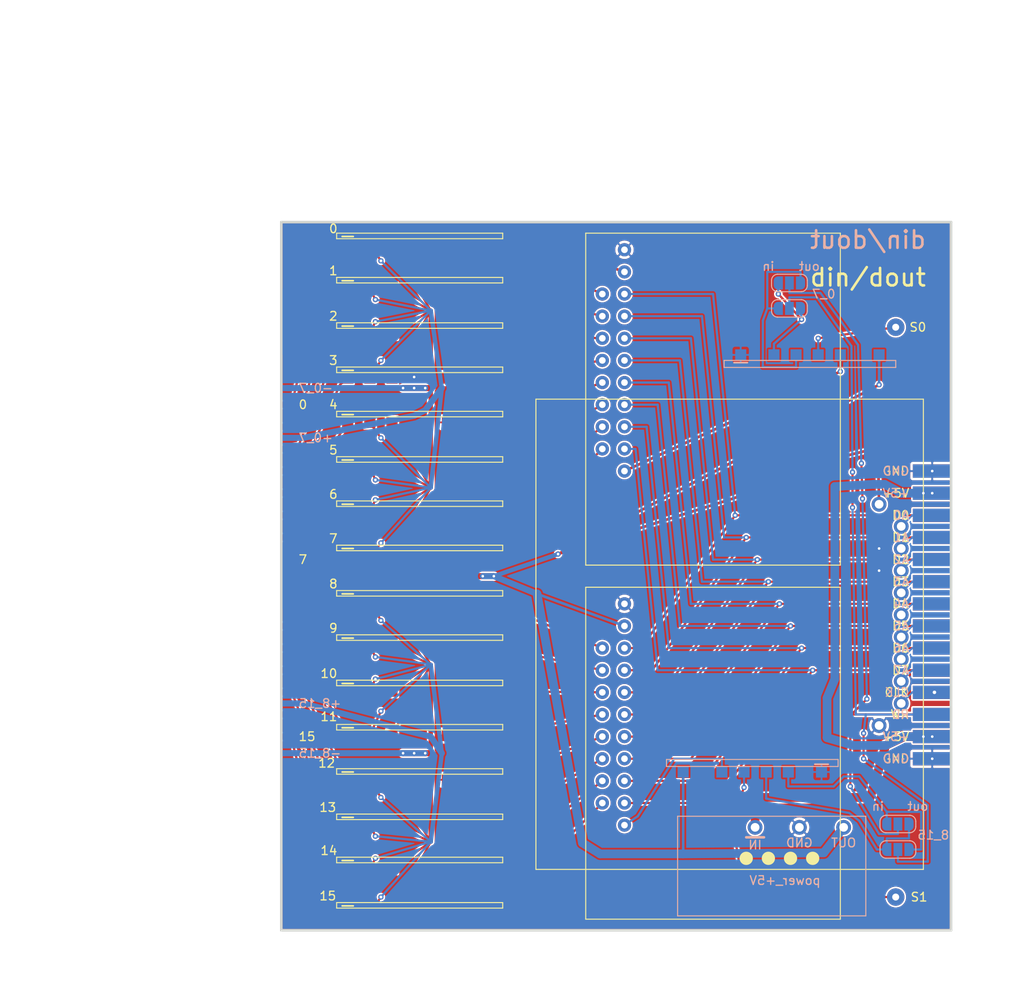
<source format=kicad_pcb>
(kicad_pcb (version 20171130) (host pcbnew 5.1.5+dfsg1-2build2)
  (layers (0 F.Cu signal) (31 B.Cu signal) (34 B.Paste user) (35 F.Paste user) (36 B.SilkS user) (37 F.SilkS user) (38 B.Mask user) (39 F.Mask user) (44 Edge.Cuts user))
  (net 0 "")
  (net 1 OUT1)
  (net 2 OUT2)
  (net 3 OUT3)
  (net 4 OUT4)
  (net 5 OUT5)
  (net 6 OUT6)
  (net 7 OUT7)
  (net 8 GND)
  (net 9 OPL1)
  (net 10 OPL2)
  (net 11 OPL3)
  (net 12 OPL4)
  (net 13 OPL5)
  (net 14 OPL6)
  (net 15 OPL7)
  (net 16 +5V)
  (net 17 CLK)
  (net 18 A7)
  (net 19 A6)
  (net 20 A5)
  (net 21 A4)
  (net 22 A3)
  (net 23 A2)
  (net 24 A1)
  (net 25 A0)
  (net 26 D7)
  (net 27 D6)
  (net 28 D5)
  (net 29 D4)
  (net 30 D3)
  (net 31 D2)
  (net 32 D1)
  (net 33 D0)
  (net 34 OPL0)
  (net 35 WR)
  (net 36 RD)
  (net 37 OUT0)
  (net 38 S0)
  (net 39 SW0)
  (net 40 VP0_7)
  (net 41 VM0_7)
  (net 42 VM8_15)
  (net 43 VP8_15)
  (net 44 OUT15)
  (net 45 OUT14)
  (net 46 OUT13)
  (net 47 OUT12)
  (net 48 OUT11)
  (net 49 OUT10)
  (net 50 OUT9)
  (net 51 OUT8)
  (net 52 S1)
  (net 53 OPL8)
  (net 54 OPL9)
  (net 55 OPL10)
  (net 56 OPL11)
  (net 57 OPL12)
  (net 58 OPL13)
  (net 59 OPL14)
  (net 60 OPL15)
  (net 61 SW1)
  (net 62 "Net-(J12-Pad15)")
  (net 63 "Net-(J12-Pad14)")
  (net 64 "Net-(J12-Pad13)")
  (net 65 "Net-(J12-Pad12)")
  (net 66 YES0_7)
  (net 67 NO0_7)
  (net 68 YES8_15)
  (net 69 NO8_15)
  (net 70 VPBUS)
  (module plc88:power_i (layer B.Cu) (at 3.556 73.279)
    (fp_text reference J26)
    (fp_text value power_+5V (at 9.779 -4.064) (layer B.SilkS) (effects (justify mirror)))
    (fp_text user IN (at 6.35 -8.128) (layer B.SilkS) (effects (justify mirror)))
    (fp_text user GND (at 11.43 -8.382) (layer B.SilkS) (effects (justify mirror)))
    (fp_text user OUT (at 16.51 -8.382) (layer B.SilkS) (effects (justify mirror)))
    (pad 3 thru_hole circle (at 11.43 -10.16) (size 1.7 1.7) (drill 1) (layers *.Cu *.Mask) (net 8 GND))
    (pad 2 thru_hole circle (at 16.51 -10.16) (size 1.7 1.7) (drill 1) (layers *.Cu *.Mask) (net 16 +5V))
    (pad 1 thru_hole circle (at 6.35 -10.16) (size 1.7 1.7) (drill 1) (layers *.Cu *.Mask) (net 70 VPBUS))
  )
  (module plc88:fm16_im (layer F.Cu) (at -41.275 5.715)
    (fp_text reference J1 hide)
    (fp_text value fm16_i hide)
    (fp_text user 15 (at -1.27 46.99) (layer F.SilkS) (effects (justify left)))
    (fp_text user 7 (at -1.27 26.67) (layer F.SilkS) (effects (justify left)))
    (fp_text user 0 (at -1.27 8.89) (layer F.SilkS) (effects (justify left)))
    (fp_text user -8_15 (at -1.27 48.895) (layer B.SilkS) (effects (justify right mirror)))
    (fp_text user +8_15 (at -1.27 43.18) (layer B.SilkS) (effects (justify right mirror)))
    (fp_text user -0_7 (at -1.27 6.985) (layer B.SilkS) (effects (justify right mirror)))
    (fp_text user +0_7 (at -1.27 12.7) (layer B.SilkS) (effects (justify right mirror)))
    (pad 25 smd rect (at -2.54 57.785) (size 1.27 7.62) (layers F.Cu F.Paste F.Mask) (net 8 GND))
    (pad 24 smd rect (at -2.54 -0.635) (size 1.27 7.62) (layers F.Cu F.Paste F.Mask) (net 8 GND))
    (pad 23 smd rect (at -2.54 57.785) (size 1.27 7.62) (layers B.Cu B.Paste B.Mask) (net 8 GND))
    (pad 22 smd rect (at -2.54 28.575) (size 1.27 7.62) (layers B.Cu B.Paste B.Mask) (net 8 GND))
    (pad 21 smd rect (at -2.54 -0.635) (size 1.27 7.62) (layers B.Cu B.Paste B.Mask) (net 8 GND))
    (pad 20 smd rect (at -2.54 48.895) (size 1.27 0.7) (layers B.Cu B.Paste B.Mask) (net 42 VM8_15))
    (pad 19 smd rect (at -2.54 43.18) (size 1.27 0.7) (layers B.Cu B.Paste B.Mask) (net 43 VP8_15))
    (pad 18 smd rect (at -2.54 12.7) (size 1.27 0.7) (layers B.Cu B.Paste B.Mask) (net 40 VP0_7))
    (pad 17 smd rect (at -2.54 6.985) (size 1.27 0.7) (layers B.Cu B.Paste B.Mask) (net 41 VM0_7))
    (pad 16 smd rect (at -2.54 46.99) (size 1.27 0.7) (layers F.Cu F.Paste F.Mask) (net 44 OUT15))
    (pad 15 smd rect (at -2.54 44.45) (size 1.27 0.7) (layers F.Cu F.Paste F.Mask) (net 45 OUT14))
    (pad 14 smd rect (at -2.54 41.91) (size 1.27 0.7) (layers F.Cu F.Paste F.Mask) (net 46 OUT13))
    (pad 13 smd rect (at -2.54 39.37) (size 1.27 0.7) (layers F.Cu F.Paste F.Mask) (net 47 OUT12))
    (pad 12 smd rect (at -2.54 36.83) (size 1.27 0.7) (layers F.Cu F.Paste F.Mask) (net 48 OUT11))
    (pad 11 smd rect (at -2.54 34.29) (size 1.27 0.7) (layers F.Cu F.Paste F.Mask) (net 49 OUT10))
    (pad 10 smd rect (at -2.54 31.75) (size 1.27 0.7) (layers F.Cu F.Paste F.Mask) (net 50 OUT9))
    (pad 9 smd rect (at -2.54 29.21) (size 1.27 0.7) (layers F.Cu F.Paste F.Mask) (net 51 OUT8))
    (pad 8 smd rect (at -2.54 26.67) (size 1.27 0.7) (layers F.Cu F.Paste F.Mask) (net 7 OUT7))
    (pad 7 smd rect (at -2.54 24.13) (size 1.27 0.7) (layers F.Cu F.Paste F.Mask) (net 6 OUT6))
    (pad 6 smd rect (at -2.54 21.59) (size 1.27 0.7) (layers F.Cu F.Paste F.Mask) (net 5 OUT5))
    (pad 5 smd rect (at -2.54 19.05) (size 1.27 0.7) (layers F.Cu F.Paste F.Mask) (net 4 OUT4))
    (pad 4 smd rect (at -2.54 16.51) (size 1.27 0.7) (layers F.Cu F.Paste F.Mask) (net 3 OUT3))
    (pad 3 smd rect (at -2.54 13.97) (size 1.27 0.7) (layers F.Cu F.Paste F.Mask) (net 2 OUT2))
    (pad 2 smd rect (at -2.54 11.43) (size 1.27 0.7) (layers F.Cu F.Paste F.Mask) (net 1 OUT1))
    (pad 1 smd rect (at -2.54 8.89) (size 1.27 0.7) (layers F.Cu F.Paste F.Mask) (net 37 OUT0))
  )
  (module plc88:selector4_i (layer F.Cu) (at 24.13 26.035)
    (fp_text reference J12 hide)
    (fp_text value selector4_i)
    (pad 13 smd circle (at -12.7 40.64) (size 1.524 1.524) (layers F.SilkS) (net 64 "Net-(J12-Pad13)"))
    (pad 12 smd circle (at -15.24 40.64) (size 1.524 1.524) (layers F.SilkS) (net 65 "Net-(J12-Pad12)"))
    (pad 15 smd circle (at -7.62 40.64) (size 1.524 1.524) (layers F.SilkS) (net 62 "Net-(J12-Pad15)"))
    (pad 14 smd circle (at -10.16 40.64) (size 1.524 1.524) (layers F.SilkS) (net 63 "Net-(J12-Pad14)"))
    (pad 11 thru_hole circle (at 0 25.4) (size 1.7 1.7) (drill 1) (layers *.Cu *.Mask) (net 8 GND))
    (pad 10 thru_hole circle (at 2.54 22.86) (size 1.7 1.7) (drill 1) (layers *.Cu *.Mask) (net 17 CLK))
    (pad 9 thru_hole circle (at 2.54 20.32) (size 1.7 1.7) (drill 1) (layers *.Cu *.Mask) (net 18 A7))
    (pad 8 thru_hole circle (at 2.54 17.78) (size 1.7 1.7) (drill 1) (layers *.Cu *.Mask) (net 19 A6))
    (pad 7 thru_hole circle (at 2.54 15.24) (size 1.7 1.7) (drill 1) (layers *.Cu *.Mask) (net 20 A5))
    (pad 6 thru_hole circle (at 2.54 12.7) (size 1.7 1.7) (drill 1) (layers *.Cu *.Mask) (net 21 A4))
    (pad 5 thru_hole circle (at 2.54 10.16) (size 1.7 1.7) (drill 1) (layers *.Cu *.Mask) (net 22 A3))
    (pad 4 thru_hole circle (at 2.54 7.62) (size 1.7 1.7) (drill 1) (layers *.Cu *.Mask) (net 23 A2))
    (pad 3 thru_hole circle (at 2.54 5.08) (size 1.7 1.7) (drill 1) (layers *.Cu *.Mask) (net 24 A1))
    (pad 2 thru_hole circle (at 2.54 2.54) (size 1.7 1.7) (drill 1) (layers *.Cu *.Mask) (net 25 A0))
    (pad 1 thru_hole circle (at 0 0) (size 1.7 1.7) (drill 1) (layers *.Cu *.Mask) (net 16 +5V))
  )
  (module Jumper:SolderJumper-3_P1.3mm_Open_RoundedPad1.0x1.5mm_NumberLabels (layer B.Cu) (at 26.289 65.659)
    (fp_text reference JP4 hide)
    (fp_text value 8_15)
    (pad 2 smd rect (at 0 0) (size 1 1.5) (layers B.Cu B.Mask) (net 36 RD))
    (pad 3 smd custom (at 1.3 0) (size 1 0.5) (layers B.Cu B.Mask) (net 69 NO8_15) (options (clearance outline) (anchor rect)) (primitives (gr_circle (center 0 -0.25) (end 0.5 -0.25) (width 0)) (gr_circle (center 0 0.25) (end 0.5 0.25) (width 0)) (gr_poly (pts (xy -0.55 0.75) (xy 0 0.75) (xy 0 -0.75) (xy -0.55 -0.75)) (width 0))))
    (pad 1 smd custom (at -1.3 0) (size 1 0.5) (layers B.Cu B.Mask) (net 68 YES8_15) (options (clearance outline) (anchor rect)) (primitives (gr_circle (center 0 -0.25) (end 0.5 -0.25) (width 0)) (gr_circle (center 0 0.25) (end 0.5 0.25) (width 0)) (gr_poly (pts (xy 0.55 0.75) (xy 0 0.75) (xy 0 -0.75) (xy 0.55 -0.75)) (width 0))))
  )
  (module Jumper:SolderJumper-3_P1.3mm_Open_RoundedPad1.0x1.5mm_NumberLabels (layer B.Cu) (at 26.289 62.738)
    (fp_text reference JP3 hide)
    (fp_text value 8_15 (at 4.064 1.27) (layer B.SilkS) (effects (justify mirror)))
    (fp_text user in (at -2.286 -2.032) (layer B.SilkS) (effects (justify mirror)))
    (fp_text user out (at 2.286 -2.032) (layer B.SilkS) (effects (justify mirror)))
    (pad 2 smd rect (at 0 0) (size 1 1.5) (layers B.Cu B.Mask) (net 35 WR))
    (pad 3 smd custom (at 1.3 0) (size 1 0.5) (layers B.Cu B.Mask) (net 68 YES8_15) (options (clearance outline) (anchor rect)) (primitives (gr_circle (center 0 -0.25) (end 0.5 -0.25) (width 0)) (gr_circle (center 0 0.25) (end 0.5 0.25) (width 0)) (gr_poly (pts (xy -0.55 0.75) (xy 0 0.75) (xy 0 -0.75) (xy -0.55 -0.75)) (width 0))))
    (pad 1 smd custom (at -1.3 0) (size 1 0.5) (layers B.Cu B.Mask) (net 69 NO8_15) (options (clearance outline) (anchor rect)) (primitives (gr_circle (center 0 -0.25) (end 0.5 -0.25) (width 0)) (gr_circle (center 0 0.25) (end 0.5 0.25) (width 0)) (gr_poly (pts (xy 0.55 0.75) (xy 0 0.75) (xy 0 -0.75) (xy 0.55 -0.75)) (width 0))))
  )
  (module Jumper:SolderJumper-3_P1.3mm_Open_RoundedPad1.0x1.5mm_NumberLabels (layer B.Cu) (at 13.843 3.556)
    (fp_text reference JP2 hide)
    (fp_text value 0_7 hide)
    (pad 2 smd rect (at 0 0) (size 1 1.5) (layers B.Cu B.Mask) (net 36 RD))
    (pad 3 smd custom (at 1.3 0) (size 1 0.5) (layers B.Cu B.Mask) (net 67 NO0_7) (options (clearance outline) (anchor rect)) (primitives (gr_circle (center 0 -0.25) (end 0.5 -0.25) (width 0)) (gr_circle (center 0 0.25) (end 0.5 0.25) (width 0)) (gr_poly (pts (xy -0.55 0.75) (xy 0 0.75) (xy 0 -0.75) (xy -0.55 -0.75)) (width 0))))
    (pad 1 smd custom (at -1.3 0) (size 1 0.5) (layers B.Cu B.Mask) (net 66 YES0_7) (options (clearance outline) (anchor rect)) (primitives (gr_circle (center 0 -0.25) (end 0.5 -0.25) (width 0)) (gr_circle (center 0 0.25) (end 0.5 0.25) (width 0)) (gr_poly (pts (xy 0.55 0.75) (xy 0 0.75) (xy 0 -0.75) (xy 0.55 -0.75)) (width 0))))
  )
  (module Jumper:SolderJumper-3_P1.3mm_Open_RoundedPad1.0x1.5mm_NumberLabels (layer B.Cu) (at 13.843 0.635)
    (fp_text reference JP1 hide)
    (fp_text value 0_7 (at 3.937 1.27) (layer B.SilkS) (effects (justify mirror)))
    (fp_text user in (at -2.413 -1.905) (layer B.SilkS) (effects (justify mirror)))
    (fp_text user out (at 2.286 -1.905) (layer B.SilkS) (effects (justify mirror)))
    (pad 2 smd rect (at 0 0) (size 1 1.5) (layers B.Cu B.Mask) (net 35 WR))
    (pad 3 smd custom (at 1.3 0) (size 1 0.5) (layers B.Cu B.Mask) (net 66 YES0_7) (options (clearance outline) (anchor rect)) (primitives (gr_circle (center 0 -0.25) (end 0.5 -0.25) (width 0)) (gr_circle (center 0 0.25) (end 0.5 0.25) (width 0)) (gr_poly (pts (xy -0.55 0.75) (xy 0 0.75) (xy 0 -0.75) (xy -0.55 -0.75)) (width 0))))
    (pad 1 smd custom (at -1.3 0) (size 1 0.5) (layers B.Cu B.Mask) (net 67 NO0_7) (options (clearance outline) (anchor rect)) (primitives (gr_circle (center 0 -0.25) (end 0.5 -0.25) (width 0)) (gr_circle (center 0 0.25) (end 0.5 0.25) (width 0)) (gr_poly (pts (xy 0.55 0.75) (xy 0 0.75) (xy 0 -0.75) (xy 0.55 -0.75)) (width 0))))
  )
  (module plc88:data_manager_i (layer F.Cu) (at -2.54 34.925)
    (fp_text reference J22 hide)
    (fp_text value data_manager_i hide)
    (pad 19 thru_hole circle (at -2.54 27.94) (size 1.524 1.524) (drill 0.762) (layers *.Cu *.Mask) (net 61 SW1))
    (pad 18 thru_hole circle (at -2.54 5.08) (size 1.524 1.524) (drill 0.762) (layers *.Cu *.Mask) (net 16 +5V))
    (pad 17 thru_hole circle (at -2.54 2.54) (size 1.524 1.524) (drill 0.762) (layers *.Cu *.Mask) (net 8 GND))
    (pad 16 thru_hole circle (at -2.54 25.4) (size 1.524 1.524) (drill 0.762) (layers *.Cu *.Mask) (net 26 D7))
    (pad 15 thru_hole circle (at -5.08 25.4) (size 1.524 1.524) (drill 0.762) (layers *.Cu *.Mask) (net 60 OPL15))
    (pad 14 thru_hole circle (at -2.54 22.86) (size 1.524 1.524) (drill 0.762) (layers *.Cu *.Mask) (net 27 D6))
    (pad 13 thru_hole circle (at -5.08 22.86) (size 1.524 1.524) (drill 0.762) (layers *.Cu *.Mask) (net 59 OPL14))
    (pad 12 thru_hole circle (at -2.54 20.32) (size 1.524 1.524) (drill 0.762) (layers *.Cu *.Mask) (net 28 D5))
    (pad 11 thru_hole circle (at -5.08 20.32) (size 1.524 1.524) (drill 0.762) (layers *.Cu *.Mask) (net 58 OPL13))
    (pad 10 thru_hole circle (at -2.54 17.78) (size 1.524 1.524) (drill 0.762) (layers *.Cu *.Mask) (net 29 D4))
    (pad 9 thru_hole circle (at -5.08 17.78) (size 1.524 1.524) (drill 0.762) (layers *.Cu *.Mask) (net 57 OPL12))
    (pad 8 thru_hole circle (at -2.54 15.24) (size 1.524 1.524) (drill 0.762) (layers *.Cu *.Mask) (net 30 D3))
    (pad 7 thru_hole circle (at -5.08 15.24) (size 1.524 1.524) (drill 0.762) (layers *.Cu *.Mask) (net 56 OPL11))
    (pad 6 thru_hole circle (at -2.54 12.7) (size 1.524 1.524) (drill 0.762) (layers *.Cu *.Mask) (net 31 D2))
    (pad 5 thru_hole circle (at -5.08 12.7) (size 1.524 1.524) (drill 0.762) (layers *.Cu *.Mask) (net 55 OPL10))
    (pad 4 thru_hole circle (at -2.54 10.16) (size 1.524 1.524) (drill 0.762) (layers *.Cu *.Mask) (net 32 D1))
    (pad 3 thru_hole circle (at -5.08 10.16) (size 1.524 1.524) (drill 0.762) (layers *.Cu *.Mask) (net 54 OPL9))
    (pad 2 thru_hole circle (at -2.54 7.62) (size 1.524 1.524) (drill 0.762) (layers *.Cu *.Mask) (net 33 D0))
    (pad 1 thru_hole circle (at -5.08 7.62) (size 1.524 1.524) (drill 0.762) (layers *.Cu *.Mask) (net 53 OPL8))
  )
  (module plc88:data_manager_i (layer F.Cu) (at -2.54 -5.715)
    (fp_text reference J21 hide)
    (fp_text value data_manager_i hide)
    (pad 19 thru_hole circle (at -2.54 27.94) (size 1.524 1.524) (drill 0.762) (layers *.Cu *.Mask) (net 39 SW0))
    (pad 18 thru_hole circle (at -2.54 5.08) (size 1.524 1.524) (drill 0.762) (layers *.Cu *.Mask) (net 16 +5V))
    (pad 17 thru_hole circle (at -2.54 2.54) (size 1.524 1.524) (drill 0.762) (layers *.Cu *.Mask) (net 8 GND))
    (pad 16 thru_hole circle (at -2.54 25.4) (size 1.524 1.524) (drill 0.762) (layers *.Cu *.Mask) (net 26 D7))
    (pad 15 thru_hole circle (at -5.08 25.4) (size 1.524 1.524) (drill 0.762) (layers *.Cu *.Mask) (net 15 OPL7))
    (pad 14 thru_hole circle (at -2.54 22.86) (size 1.524 1.524) (drill 0.762) (layers *.Cu *.Mask) (net 27 D6))
    (pad 13 thru_hole circle (at -5.08 22.86) (size 1.524 1.524) (drill 0.762) (layers *.Cu *.Mask) (net 14 OPL6))
    (pad 12 thru_hole circle (at -2.54 20.32) (size 1.524 1.524) (drill 0.762) (layers *.Cu *.Mask) (net 28 D5))
    (pad 11 thru_hole circle (at -5.08 20.32) (size 1.524 1.524) (drill 0.762) (layers *.Cu *.Mask) (net 13 OPL5))
    (pad 10 thru_hole circle (at -2.54 17.78) (size 1.524 1.524) (drill 0.762) (layers *.Cu *.Mask) (net 29 D4))
    (pad 9 thru_hole circle (at -5.08 17.78) (size 1.524 1.524) (drill 0.762) (layers *.Cu *.Mask) (net 12 OPL4))
    (pad 8 thru_hole circle (at -2.54 15.24) (size 1.524 1.524) (drill 0.762) (layers *.Cu *.Mask) (net 30 D3))
    (pad 7 thru_hole circle (at -5.08 15.24) (size 1.524 1.524) (drill 0.762) (layers *.Cu *.Mask) (net 11 OPL3))
    (pad 6 thru_hole circle (at -2.54 12.7) (size 1.524 1.524) (drill 0.762) (layers *.Cu *.Mask) (net 31 D2))
    (pad 5 thru_hole circle (at -5.08 12.7) (size 1.524 1.524) (drill 0.762) (layers *.Cu *.Mask) (net 10 OPL2))
    (pad 4 thru_hole circle (at -2.54 10.16) (size 1.524 1.524) (drill 0.762) (layers *.Cu *.Mask) (net 32 D1))
    (pad 3 thru_hole circle (at -5.08 10.16) (size 1.524 1.524) (drill 0.762) (layers *.Cu *.Mask) (net 9 OPL1))
    (pad 2 thru_hole circle (at -2.54 7.62) (size 1.524 1.524) (drill 0.762) (layers *.Cu *.Mask) (net 33 D0))
    (pad 1 thru_hole circle (at -5.08 7.62) (size 1.524 1.524) (drill 0.762) (layers *.Cu *.Mask) (net 34 OPL0))
  )
  (module plc88:dio_channel_i (layer F.Cu) (at -29.845 70.485)
    (fp_text reference J20 hide)
    (fp_text value 15 (at -9.271 0.508) (layer F.SilkS))
    (pad 4 smd rect (at 4.445 2.54) (size 1.27 1.27) (layers F.Cu F.Paste F.Mask) (net 8 GND))
    (pad 6 smd rect (at 9.525 2.54) (size 1.27 1.27) (layers F.Cu F.Paste F.Mask) (net 60 OPL15))
    (pad 5 smd rect (at 6.985 2.54) (size 1.27 1.27) (layers F.Cu F.Paste F.Mask) (net 16 +5V))
    (pad 3 smd rect (at -1.905 2.54) (size 1.27 1.27) (layers F.Cu F.Paste F.Mask) (net 42 VM8_15))
    (pad 2 smd rect (at -4.445 2.54) (size 1.27 1.27) (layers F.Cu F.Paste F.Mask) (net 43 VP8_15))
    (pad 1 smd rect (at -6.985 2.54) (size 1.27 1.27) (layers F.Cu F.Paste F.Mask) (net 44 OUT15))
  )
  (module plc88:dio_channel_i (layer F.Cu) (at -29.845 65.278)
    (fp_text reference J19 hide)
    (fp_text value 14 (at -9.144 0.508) (layer F.SilkS))
    (pad 4 smd rect (at 4.445 2.54) (size 1.27 1.27) (layers F.Cu F.Paste F.Mask) (net 8 GND))
    (pad 6 smd rect (at 9.525 2.54) (size 1.27 1.27) (layers F.Cu F.Paste F.Mask) (net 59 OPL14))
    (pad 5 smd rect (at 6.985 2.54) (size 1.27 1.27) (layers F.Cu F.Paste F.Mask) (net 16 +5V))
    (pad 3 smd rect (at -1.905 2.54) (size 1.27 1.27) (layers F.Cu F.Paste F.Mask) (net 42 VM8_15))
    (pad 2 smd rect (at -4.445 2.54) (size 1.27 1.27) (layers F.Cu F.Paste F.Mask) (net 43 VP8_15))
    (pad 1 smd rect (at -6.985 2.54) (size 1.27 1.27) (layers F.Cu F.Paste F.Mask) (net 45 OUT14))
  )
  (module plc88:dio_channel_i (layer F.Cu) (at -29.845 60.325)
    (fp_text reference J18 hide)
    (fp_text value 13 (at -9.271 0.508) (layer F.SilkS))
    (pad 4 smd rect (at 4.445 2.54) (size 1.27 1.27) (layers F.Cu F.Paste F.Mask) (net 8 GND))
    (pad 6 smd rect (at 9.525 2.54) (size 1.27 1.27) (layers F.Cu F.Paste F.Mask) (net 58 OPL13))
    (pad 5 smd rect (at 6.985 2.54) (size 1.27 1.27) (layers F.Cu F.Paste F.Mask) (net 16 +5V))
    (pad 3 smd rect (at -1.905 2.54) (size 1.27 1.27) (layers F.Cu F.Paste F.Mask) (net 42 VM8_15))
    (pad 2 smd rect (at -4.445 2.54) (size 1.27 1.27) (layers F.Cu F.Paste F.Mask) (net 43 VP8_15))
    (pad 1 smd rect (at -6.985 2.54) (size 1.27 1.27) (layers F.Cu F.Paste F.Mask) (net 46 OUT13))
  )
  (module plc88:dio_channel_i (layer F.Cu) (at -29.845 55.118)
    (fp_text reference J17 hide)
    (fp_text value 12 (at -9.398 0.635) (layer F.SilkS))
    (pad 4 smd rect (at 4.445 2.54) (size 1.27 1.27) (layers F.Cu F.Paste F.Mask) (net 8 GND))
    (pad 6 smd rect (at 9.525 2.54) (size 1.27 1.27) (layers F.Cu F.Paste F.Mask) (net 57 OPL12))
    (pad 5 smd rect (at 6.985 2.54) (size 1.27 1.27) (layers F.Cu F.Paste F.Mask) (net 16 +5V))
    (pad 3 smd rect (at -1.905 2.54) (size 1.27 1.27) (layers F.Cu F.Paste F.Mask) (net 42 VM8_15))
    (pad 2 smd rect (at -4.445 2.54) (size 1.27 1.27) (layers F.Cu F.Paste F.Mask) (net 43 VP8_15))
    (pad 1 smd rect (at -6.985 2.54) (size 1.27 1.27) (layers F.Cu F.Paste F.Mask) (net 47 OUT12))
  )
  (module plc88:dio_channel_i (layer F.Cu) (at -29.845 50.038)
    (fp_text reference J16 hide)
    (fp_text value 11 (at -9.144 0.381) (layer F.SilkS))
    (pad 4 smd rect (at 4.445 2.54) (size 1.27 1.27) (layers F.Cu F.Paste F.Mask) (net 8 GND))
    (pad 6 smd rect (at 9.525 2.54) (size 1.27 1.27) (layers F.Cu F.Paste F.Mask) (net 56 OPL11))
    (pad 5 smd rect (at 6.985 2.54) (size 1.27 1.27) (layers F.Cu F.Paste F.Mask) (net 16 +5V))
    (pad 3 smd rect (at -1.905 2.54) (size 1.27 1.27) (layers F.Cu F.Paste F.Mask) (net 42 VM8_15))
    (pad 2 smd rect (at -4.445 2.54) (size 1.27 1.27) (layers F.Cu F.Paste F.Mask) (net 43 VP8_15))
    (pad 1 smd rect (at -6.985 2.54) (size 1.27 1.27) (layers F.Cu F.Paste F.Mask) (net 48 OUT11))
  )
  (module plc88:dio_channel_i (layer F.Cu) (at -29.845 44.958)
    (fp_text reference J15 hide)
    (fp_text value 10 (at -9.144 0.508) (layer F.SilkS))
    (pad 4 smd rect (at 4.445 2.54) (size 1.27 1.27) (layers F.Cu F.Paste F.Mask) (net 8 GND))
    (pad 6 smd rect (at 9.525 2.54) (size 1.27 1.27) (layers F.Cu F.Paste F.Mask) (net 55 OPL10))
    (pad 5 smd rect (at 6.985 2.54) (size 1.27 1.27) (layers F.Cu F.Paste F.Mask) (net 16 +5V))
    (pad 3 smd rect (at -1.905 2.54) (size 1.27 1.27) (layers F.Cu F.Paste F.Mask) (net 42 VM8_15))
    (pad 2 smd rect (at -4.445 2.54) (size 1.27 1.27) (layers F.Cu F.Paste F.Mask) (net 43 VP8_15))
    (pad 1 smd rect (at -6.985 2.54) (size 1.27 1.27) (layers F.Cu F.Paste F.Mask) (net 49 OUT10))
  )
  (module plc88:dio_channel_i (layer F.Cu) (at -29.845 39.751)
    (fp_text reference J14 hide)
    (fp_text value 9 (at -8.636 0.508) (layer F.SilkS))
    (pad 4 smd rect (at 4.445 2.54) (size 1.27 1.27) (layers F.Cu F.Paste F.Mask) (net 8 GND))
    (pad 6 smd rect (at 9.525 2.54) (size 1.27 1.27) (layers F.Cu F.Paste F.Mask) (net 54 OPL9))
    (pad 5 smd rect (at 6.985 2.54) (size 1.27 1.27) (layers F.Cu F.Paste F.Mask) (net 16 +5V))
    (pad 3 smd rect (at -1.905 2.54) (size 1.27 1.27) (layers F.Cu F.Paste F.Mask) (net 42 VM8_15))
    (pad 2 smd rect (at -4.445 2.54) (size 1.27 1.27) (layers F.Cu F.Paste F.Mask) (net 43 VP8_15))
    (pad 1 smd rect (at -6.985 2.54) (size 1.27 1.27) (layers F.Cu F.Paste F.Mask) (net 50 OUT9))
  )
  (module plc88:dio_channel_i (layer F.Cu) (at -29.845 34.671)
    (fp_text reference J10 hide)
    (fp_text value 8 (at -8.636 0.508) (layer F.SilkS))
    (pad 4 smd rect (at 4.445 2.54) (size 1.27 1.27) (layers F.Cu F.Paste F.Mask) (net 8 GND))
    (pad 6 smd rect (at 9.525 2.54) (size 1.27 1.27) (layers F.Cu F.Paste F.Mask) (net 53 OPL8))
    (pad 5 smd rect (at 6.985 2.54) (size 1.27 1.27) (layers F.Cu F.Paste F.Mask) (net 16 +5V))
    (pad 3 smd rect (at -1.905 2.54) (size 1.27 1.27) (layers F.Cu F.Paste F.Mask) (net 42 VM8_15))
    (pad 2 smd rect (at -4.445 2.54) (size 1.27 1.27) (layers F.Cu F.Paste F.Mask) (net 43 VP8_15))
    (pad 1 smd rect (at -6.985 2.54) (size 1.27 1.27) (layers F.Cu F.Paste F.Mask) (net 51 OUT8))
  )
  (module plc88:dio_channel_i (layer F.Cu) (at -29.845 29.464)
    (fp_text reference J9 hide)
    (fp_text value 7 (at -8.636 0.508) (layer F.SilkS))
    (pad 4 smd rect (at 4.445 2.54) (size 1.27 1.27) (layers F.Cu F.Paste F.Mask) (net 8 GND))
    (pad 6 smd rect (at 9.525 2.54) (size 1.27 1.27) (layers F.Cu F.Paste F.Mask) (net 15 OPL7))
    (pad 5 smd rect (at 6.985 2.54) (size 1.27 1.27) (layers F.Cu F.Paste F.Mask) (net 16 +5V))
    (pad 3 smd rect (at -1.905 2.54) (size 1.27 1.27) (layers F.Cu F.Paste F.Mask) (net 41 VM0_7))
    (pad 2 smd rect (at -4.445 2.54) (size 1.27 1.27) (layers F.Cu F.Paste F.Mask) (net 40 VP0_7))
    (pad 1 smd rect (at -6.985 2.54) (size 1.27 1.27) (layers F.Cu F.Paste F.Mask) (net 7 OUT7))
  )
  (module plc88:dio_channel_i (layer F.Cu) (at -29.845 24.384)
    (fp_text reference J8 hide)
    (fp_text value 6 (at -8.636 0.508) (layer F.SilkS))
    (pad 4 smd rect (at 4.445 2.54) (size 1.27 1.27) (layers F.Cu F.Paste F.Mask) (net 8 GND))
    (pad 6 smd rect (at 9.525 2.54) (size 1.27 1.27) (layers F.Cu F.Paste F.Mask) (net 14 OPL6))
    (pad 5 smd rect (at 6.985 2.54) (size 1.27 1.27) (layers F.Cu F.Paste F.Mask) (net 16 +5V))
    (pad 3 smd rect (at -1.905 2.54) (size 1.27 1.27) (layers F.Cu F.Paste F.Mask) (net 41 VM0_7))
    (pad 2 smd rect (at -4.445 2.54) (size 1.27 1.27) (layers F.Cu F.Paste F.Mask) (net 40 VP0_7))
    (pad 1 smd rect (at -6.985 2.54) (size 1.27 1.27) (layers F.Cu F.Paste F.Mask) (net 6 OUT6))
  )
  (module plc88:dio_channel_i (layer F.Cu) (at -29.845 19.304)
    (fp_text reference J7 hide)
    (fp_text value 5 (at -8.636 0.508) (layer F.SilkS))
    (pad 4 smd rect (at 4.445 2.54) (size 1.27 1.27) (layers F.Cu F.Paste F.Mask) (net 8 GND))
    (pad 6 smd rect (at 9.525 2.54) (size 1.27 1.27) (layers F.Cu F.Paste F.Mask) (net 13 OPL5))
    (pad 5 smd rect (at 6.985 2.54) (size 1.27 1.27) (layers F.Cu F.Paste F.Mask) (net 16 +5V))
    (pad 3 smd rect (at -1.905 2.54) (size 1.27 1.27) (layers F.Cu F.Paste F.Mask) (net 41 VM0_7))
    (pad 2 smd rect (at -4.445 2.54) (size 1.27 1.27) (layers F.Cu F.Paste F.Mask) (net 40 VP0_7))
    (pad 1 smd rect (at -6.985 2.54) (size 1.27 1.27) (layers F.Cu F.Paste F.Mask) (net 5 OUT5))
  )
  (module plc88:dio_channel_i (layer F.Cu) (at -29.845 14.097)
    (fp_text reference J6 hide)
    (fp_text value 4 (at -8.636 0.508) (layer F.SilkS))
    (pad 4 smd rect (at 4.445 2.54) (size 1.27 1.27) (layers F.Cu F.Paste F.Mask) (net 8 GND))
    (pad 6 smd rect (at 9.525 2.54) (size 1.27 1.27) (layers F.Cu F.Paste F.Mask) (net 12 OPL4))
    (pad 5 smd rect (at 6.985 2.54) (size 1.27 1.27) (layers F.Cu F.Paste F.Mask) (net 16 +5V))
    (pad 3 smd rect (at -1.905 2.54) (size 1.27 1.27) (layers F.Cu F.Paste F.Mask) (net 41 VM0_7))
    (pad 2 smd rect (at -4.445 2.54) (size 1.27 1.27) (layers F.Cu F.Paste F.Mask) (net 40 VP0_7))
    (pad 1 smd rect (at -6.985 2.54) (size 1.27 1.27) (layers F.Cu F.Paste F.Mask) (net 4 OUT4))
  )
  (module plc88:dio_channel_i (layer F.Cu) (at -29.845 9.017)
    (fp_text reference J5 hide)
    (fp_text value 3 (at -8.636 0.508) (layer F.SilkS))
    (pad 4 smd rect (at 4.445 2.54) (size 1.27 1.27) (layers F.Cu F.Paste F.Mask) (net 8 GND))
    (pad 6 smd rect (at 9.525 2.54) (size 1.27 1.27) (layers F.Cu F.Paste F.Mask) (net 11 OPL3))
    (pad 5 smd rect (at 6.985 2.54) (size 1.27 1.27) (layers F.Cu F.Paste F.Mask) (net 16 +5V))
    (pad 3 smd rect (at -1.905 2.54) (size 1.27 1.27) (layers F.Cu F.Paste F.Mask) (net 41 VM0_7))
    (pad 2 smd rect (at -4.445 2.54) (size 1.27 1.27) (layers F.Cu F.Paste F.Mask) (net 40 VP0_7))
    (pad 1 smd rect (at -6.985 2.54) (size 1.27 1.27) (layers F.Cu F.Paste F.Mask) (net 3 OUT3))
  )
  (module plc88:dio_channel_i (layer F.Cu) (at -29.845 3.937)
    (fp_text reference J4 hide)
    (fp_text value 2 (at -8.636 0.508) (layer F.SilkS))
    (pad 4 smd rect (at 4.445 2.54) (size 1.27 1.27) (layers F.Cu F.Paste F.Mask) (net 8 GND))
    (pad 6 smd rect (at 9.525 2.54) (size 1.27 1.27) (layers F.Cu F.Paste F.Mask) (net 10 OPL2))
    (pad 5 smd rect (at 6.985 2.54) (size 1.27 1.27) (layers F.Cu F.Paste F.Mask) (net 16 +5V))
    (pad 3 smd rect (at -1.905 2.54) (size 1.27 1.27) (layers F.Cu F.Paste F.Mask) (net 41 VM0_7))
    (pad 2 smd rect (at -4.445 2.54) (size 1.27 1.27) (layers F.Cu F.Paste F.Mask) (net 40 VP0_7))
    (pad 1 smd rect (at -6.985 2.54) (size 1.27 1.27) (layers F.Cu F.Paste F.Mask) (net 2 OUT2))
  )
  (module plc88:dio_channel_i (layer F.Cu) (at -29.845 -1.27)
    (fp_text reference J3 hide)
    (fp_text value 1 (at -8.636 0.508) (layer F.SilkS))
    (pad 4 smd rect (at 4.445 2.54) (size 1.27 1.27) (layers F.Cu F.Paste F.Mask) (net 8 GND))
    (pad 6 smd rect (at 9.525 2.54) (size 1.27 1.27) (layers F.Cu F.Paste F.Mask) (net 9 OPL1))
    (pad 5 smd rect (at 6.985 2.54) (size 1.27 1.27) (layers F.Cu F.Paste F.Mask) (net 16 +5V))
    (pad 3 smd rect (at -1.905 2.54) (size 1.27 1.27) (layers F.Cu F.Paste F.Mask) (net 41 VM0_7))
    (pad 2 smd rect (at -4.445 2.54) (size 1.27 1.27) (layers F.Cu F.Paste F.Mask) (net 40 VP0_7))
    (pad 1 smd rect (at -6.985 2.54) (size 1.27 1.27) (layers F.Cu F.Paste F.Mask) (net 1 OUT1))
  )
  (module plc88:dio_channel_i (layer F.Cu) (at -29.845 -6.35)
    (fp_text reference J2 hide)
    (fp_text value 0 (at -8.636 0.762) (layer F.SilkS))
    (pad 4 smd rect (at 4.445 2.54) (size 1.27 1.27) (layers F.Cu F.Paste F.Mask) (net 8 GND))
    (pad 6 smd rect (at 9.525 2.54) (size 1.27 1.27) (layers F.Cu F.Paste F.Mask) (net 34 OPL0))
    (pad 5 smd rect (at 6.985 2.54) (size 1.27 1.27) (layers F.Cu F.Paste F.Mask) (net 16 +5V))
    (pad 3 smd rect (at -1.905 2.54) (size 1.27 1.27) (layers F.Cu F.Paste F.Mask) (net 41 VM0_7))
    (pad 2 smd rect (at -4.445 2.54) (size 1.27 1.27) (layers F.Cu F.Paste F.Mask) (net 40 VP0_7))
    (pad 1 smd rect (at -6.985 2.54) (size 1.27 1.27) (layers F.Cu F.Paste F.Mask) (net 37 OUT0))
  )
  (module plc88:bus_im (layer F.Cu) (at 30.226 22.225)
    (fp_text reference J13 hide)
    (fp_text value bus_i hide)
    (fp_text user WR (at -2.54 27.94) (layer F.SilkS) (effects (justify right)))
    (fp_text user RD (at -2.54 27.94) (layer B.SilkS) (effects (justify left mirror)))
    (fp_text user GND (at -2.54 0) (layer B.SilkS) (effects (justify left mirror)))
    (fp_text user +5V (at -2.54 2.54) (layer B.SilkS) (effects (justify left mirror)))
    (fp_text user GND (at -2.54 33.02) (layer B.SilkS) (effects (justify left mirror)))
    (fp_text user +5V (at -2.54 30.48) (layer B.SilkS) (effects (justify left mirror)))
    (fp_text user CLK (at -2.54 25.4) (layer B.SilkS) (effects (justify left mirror)))
    (fp_text user A7 (at -2.54 22.86) (layer B.SilkS) (effects (justify left mirror)))
    (fp_text user A6 (at -2.54 20.32) (layer B.SilkS) (effects (justify left mirror)))
    (fp_text user A5 (at -2.54 17.78) (layer B.SilkS) (effects (justify left mirror)))
    (fp_text user A4 (at -2.54 15.24) (layer B.SilkS) (effects (justify left mirror)))
    (fp_text user A3 (at -2.54 12.7) (layer B.SilkS) (effects (justify left mirror)))
    (fp_text user A2 (at -2.54 10.16) (layer B.SilkS) (effects (justify left mirror)))
    (fp_text user A1 (at -2.54 7.62) (layer B.SilkS) (effects (justify left mirror)))
    (fp_text user A0 (at -2.54 5.08) (layer B.SilkS) (effects (justify left mirror)))
    (fp_text user D7 (at -2.54 22.86) (layer F.SilkS) (effects (justify right)))
    (fp_text user CLK (at -2.54 25.4) (layer F.SilkS) (effects (justify right)))
    (fp_text user +5V (at -2.54 30.48) (layer F.SilkS) (effects (justify right)))
    (fp_text user GND (at -2.54 33.02) (layer F.SilkS) (effects (justify right)))
    (fp_text user D6 (at -2.54 20.32) (layer F.SilkS) (effects (justify right)))
    (fp_text user D5 (at -2.54 17.78) (layer F.SilkS) (effects (justify right)))
    (fp_text user D4 (at -2.54 15.24) (layer F.SilkS) (effects (justify right)))
    (fp_text user D3 (at -2.54 12.7) (layer F.SilkS) (effects (justify right)))
    (fp_text user D2 (at -2.54 10.16) (layer F.SilkS) (effects (justify right)))
    (fp_text user D1 (at -2.54 7.62) (layer F.SilkS) (effects (justify right)))
    (fp_text user D0 (at -2.54 5.08) (layer F.SilkS) (effects (justify right)))
    (fp_text user +5V (at -2.54 2.54) (layer F.SilkS) (effects (justify right)))
    (fp_text user GND (at -2.54 0) (layer F.SilkS) (effects (justify right)))
    (pad 24 smd rect (at 0 27.94) (size 4.445 1.524) (layers F.Cu F.Paste F.Mask) (net 35 WR))
    (pad 23 smd rect (at 0 27.94) (size 4.445 1.524) (layers B.Cu B.Paste B.Mask) (net 36 RD))
    (pad 28 smd rect (at 0 33.02) (size 4.445 1.524) (layers F.Cu F.Paste F.Mask) (net 8 GND))
    (pad 26 smd rect (at 0 30.48) (size 4.445 1.524) (layers F.Cu F.Paste F.Mask) (net 70 VPBUS))
    (pad 22 smd rect (at 0 25.4) (size 4.445 1.524) (layers F.Cu F.Paste F.Mask) (net 17 CLK))
    (pad 20 smd rect (at 0 22.86) (size 4.445 1.524) (layers F.Cu F.Paste F.Mask) (net 26 D7))
    (pad 18 smd rect (at 0 20.32) (size 4.445 1.524) (layers F.Cu F.Paste F.Mask) (net 27 D6))
    (pad 16 smd rect (at 0 17.78) (size 4.445 1.524) (layers F.Cu F.Paste F.Mask) (net 28 D5))
    (pad 14 smd rect (at 0 15.24) (size 4.445 1.524) (layers F.Cu F.Paste F.Mask) (net 29 D4))
    (pad 12 smd rect (at 0 12.7) (size 4.445 1.524) (layers F.Cu F.Paste F.Mask) (net 30 D3))
    (pad 10 smd rect (at 0 10.16) (size 4.445 1.524) (layers F.Cu F.Paste F.Mask) (net 31 D2))
    (pad 8 smd rect (at 0 7.62) (size 4.445 1.524) (layers F.Cu F.Paste F.Mask) (net 32 D1))
    (pad 6 smd rect (at 0 5.08) (size 4.445 1.524) (layers F.Cu F.Paste F.Mask) (net 33 D0))
    (pad 4 smd rect (at 0 2.54) (size 4.445 1.524) (layers F.Cu F.Paste F.Mask) (net 70 VPBUS))
    (pad 2 smd rect (at 0 0) (size 4.445 1.524) (layers F.Cu F.Paste F.Mask) (net 8 GND))
    (pad 9 smd rect (at 0 10.16) (size 4.445 1.524) (layers B.Cu B.Paste B.Mask) (net 23 A2))
    (pad 27 smd rect (at 0 33.02) (size 4.445 1.524) (layers B.Cu B.Paste B.Mask) (net 8 GND))
    (pad 25 smd rect (at 0 30.48) (size 4.445 1.524) (layers B.Cu B.Paste B.Mask) (net 70 VPBUS))
    (pad 21 smd rect (at 0 25.4) (size 4.445 1.524) (layers B.Cu B.Paste B.Mask) (net 17 CLK))
    (pad 19 smd rect (at 0 22.86) (size 4.445 1.524) (layers B.Cu B.Paste B.Mask) (net 18 A7))
    (pad 17 smd rect (at 0 20.32) (size 4.445 1.524) (layers B.Cu B.Paste B.Mask) (net 19 A6))
    (pad 15 smd rect (at 0 17.78) (size 4.445 1.524) (layers B.Cu B.Paste B.Mask) (net 20 A5))
    (pad 13 smd rect (at 0 15.24) (size 4.445 1.524) (layers B.Cu B.Paste B.Mask) (net 21 A4))
    (pad 11 smd rect (at 0 12.7) (size 4.445 1.524) (layers B.Cu B.Paste B.Mask) (net 22 A3))
    (pad 7 smd rect (at 0 7.62) (size 4.445 1.524) (layers B.Cu B.Paste B.Mask) (net 24 A1))
    (pad 5 smd rect (at 0 5.08) (size 4.445 1.524) (layers B.Cu B.Paste B.Mask) (net 25 A0))
    (pad 3 smd rect (at 0 2.54) (size 4.445 1.524) (layers B.Cu B.Paste B.Mask) (net 70 VPBUS))
    (pad 1 smd rect (at 0 0) (size 4.445 1.524) (layers B.Cu B.Paste B.Mask) (net 8 GND))
  )
  (module Connector_Wire:SolderWirePad_1x01_Drill0.8mm (layer F.Cu) (at 26.035 71.12)
    (fp_text reference J25 hide)
    (fp_text value S1 (at 2.681 0) (layer F.SilkS))
    (pad 1 thru_hole circle (at 0 0) (size 1.99898 1.99898) (drill 0.8001) (layers *.Cu *.Mask) (net 52 S1))
  )
  (module Connector_Wire:SolderWirePad_1x01_Drill0.8mm (layer F.Cu) (at 26.035 5.715)
    (fp_text reference J24 hide)
    (fp_text value S0 (at 2.54 0) (layer F.SilkS))
    (pad 1 thru_hole circle (at 0 0) (size 1.99898 1.99898) (drill 0.8001) (layers *.Cu *.Mask) (net 38 S0))
  )
  (module plc88:wrs_i (layer B.Cu) (at 10.541 54.229 180)
    (fp_text reference J23 hide)
    (fp_text value wrs_i hide)
    (pad 6 smd rect (at 8.89 -2.54 180) (size 1.27 1.27) (layers B.Cu B.Paste B.Mask) (net 16 +5V))
    (pad 5 smd rect (at 4.445 -2.54 180) (size 1.27 1.27) (layers B.Cu B.Paste B.Mask) (net 61 SW1))
    (pad 4 smd rect (at 1.905 -2.54 180) (size 1.27 1.27) (layers B.Cu B.Paste B.Mask) (net 52 S1))
    (pad 3 smd rect (at -0.635 -2.54 180) (size 1.27 1.27) (layers B.Cu B.Paste B.Mask) (net 68 YES8_15))
    (pad 2 smd rect (at -3.175 -2.54 180) (size 1.27 1.27) (layers B.Cu B.Paste B.Mask) (net 69 NO8_15))
    (pad 1 smd rect (at -6.985 -2.54 180) (size 1.27 1.27) (layers B.Cu B.Paste B.Mask) (net 8 GND))
  )
  (module plc88:wrs_i (layer B.Cu) (at 15.24 11.43)
    (fp_text reference J11 hide)
    (fp_text value wrs_i hide)
    (pad 6 smd rect (at 8.89 -2.54) (size 1.27 1.27) (layers B.Cu B.Paste B.Mask) (net 16 +5V))
    (pad 5 smd rect (at 4.445 -2.54) (size 1.27 1.27) (layers B.Cu B.Paste B.Mask) (net 39 SW0))
    (pad 4 smd rect (at 1.905 -2.54) (size 1.27 1.27) (layers B.Cu B.Paste B.Mask) (net 38 S0))
    (pad 3 smd rect (at -0.635 -2.54) (size 1.27 1.27) (layers B.Cu B.Paste B.Mask) (net 66 YES0_7))
    (pad 2 smd rect (at -3.175 -2.54) (size 1.27 1.27) (layers B.Cu B.Paste B.Mask) (net 67 NO0_7))
    (pad 1 smd rect (at -6.985 -2.54) (size 1.27 1.27) (layers B.Cu B.Paste B.Mask) (net 8 GND))
  )
  (gr_text din/dout (at 22.86 0) (layer F.SilkS) (effects (font (size 2 2) (thickness 0.3))))
  (gr_text din/dout (at 22.86 -4.318) (layer B.SilkS) (effects (font (size 2 2) (thickness 0.3)) (justify mirror)))
  (gr_line (start 32.385 74.93) (end -44.45 74.93) (layer Edge.Cuts) (width 0.3))
  (gr_line (start -44.45 74.93) (end -44.45 -6.35) (layer Edge.Cuts) (width 0.3))
  (gr_line (start -44.45 -6.35) (end 32.385 -6.35) (layer Edge.Cuts) (width 0.3))
  (gr_line (start 32.385 -6.35) (end 32.385 74.93) (layer Edge.Cuts) (width 0.3))
  (via (at 30.226 55.245) (size 0.6) (drill 0.3) (layers F.Cu B.Cu) (net 8))
  (via (at 30.226 22.225) (size 0.6) (drill 0.3) (layers F.Cu B.Cu) (net 8))
  (segment (start -36.83 1.312333) (end -37.973 2.032) (width 0.25) (layer F.Cu) (net 1))
  (segment (start -37.973 2.032) (end -42.672 16.637) (width 0.25) (layer F.Cu) (net 1))
  (segment (start -42.672 16.637) (end -43.815 17.145) (width 0.25) (layer F.Cu) (net 1))
  (segment (start -43.815 19.685) (end -43.18 19.304) (width 0.25) (layer F.Cu) (net 2))
  (segment (start -43.18 19.304) (end -42.418 19.177) (width 0.25) (layer F.Cu) (net 2))
  (segment (start -42.418 19.177) (end -37.719 7.366) (width 0.25) (layer F.Cu) (net 2))
  (segment (start -37.719 7.366) (end -36.83 6.434666) (width 0.25) (layer F.Cu) (net 2))
  (segment (start -36.83 11.556999) (end -37.719 12.319) (width 0.25) (layer F.Cu) (net 3))
  (segment (start -37.719 12.319) (end -42.164 22.225) (width 0.25) (layer F.Cu) (net 3))
  (segment (start -42.164 22.225) (end -43.815 22.225) (width 0.25) (layer F.Cu) (net 3))
  (segment (start -43.815 24.765) (end -42.291 24.765) (width 0.25) (layer F.Cu) (net 4))
  (segment (start -42.291 24.765) (end -36.83 16.679332) (width 0.25) (layer F.Cu) (net 4))
  (segment (start -36.83 21.801665) (end -42.545 27.305) (width 0.25) (layer F.Cu) (net 5))
  (segment (start -42.545 27.305) (end -43.815 27.305) (width 0.25) (layer F.Cu) (net 5))
  (segment (start -43.815 29.845) (end -42.672 29.845) (width 0.25) (layer F.Cu) (net 6))
  (segment (start -42.672 29.845) (end -36.83 26.923998) (width 0.25) (layer F.Cu) (net 6))
  (segment (start -43.815 32.385) (end -36.83 32.046331) (width 0.25) (layer F.Cu) (net 7))
  (via (at -29.21 11.43) (size 0.6) (drill 0.3) (layers F.Cu B.Cu) (net 8))
  (via (at 24.13 31.115) (size 0.6) (drill 0.3) (layers F.Cu B.Cu) (net 8))
  (via (at 24.13 33.655) (size 0.6) (drill 0.3) (layers F.Cu B.Cu) (net 8))
  (segment (start -7.62 4.445) (end -20.32 1.27) (width 0.25) (layer F.Cu) (net 9))
  (segment (start -7.62 6.985) (end -20.32 6.477) (width 0.25) (layer F.Cu) (net 10))
  (segment (start -7.62 9.525) (end -20.32 11.557) (width 0.25) (layer F.Cu) (net 11))
  (segment (start -7.62 12.065) (end -20.32 16.637) (width 0.25) (layer F.Cu) (net 12))
  (segment (start -7.62 14.605) (end -20.32 21.844) (width 0.25) (layer F.Cu) (net 13))
  (segment (start -7.62 17.145) (end -20.32 26.924) (width 0.25) (layer F.Cu) (net 14))
  (segment (start -7.62 19.685) (end -20.32 32.004) (width 0.25) (layer F.Cu) (net 15))
  (segment (start 30.48 52.705) (end 30.48 52.705) (width 1) (layer B.Cu) (net 70))
  (segment (start -17.78 -5.08) (end -22.86 -5.08) (width 0.5) (layer F.Cu) (net 16))
  (segment (start -22.86 -5.08) (end -22.86 -3.81) (width 0.5) (layer F.Cu) (net 16))
  (segment (start -22.86 34.29) (end -22.86 -3.81) (width 0.5) (layer F.Cu) (net 16))
  (segment (start -22.86 73.025) (end -22.86 34.29) (width 0.5) (layer F.Cu) (net 16))
  (segment (start -22.86 34.29) (end -21.336 34.29) (width 0.7) (layer F.Cu) (net 16))
  (segment (start -20.066 34.29) (end -20.066 34.29) (width 0.7) (layer F.Cu) (net 16))
  (via (at -20.066 34.29) (size 0.6) (drill 0.3) (layers F.Cu B.Cu) (net 16))
  (segment (start -21.336 34.29) (end -20.066 34.29) (width 0.7) (layer F.Cu) (net 16))
  (via (at -21.336 34.29) (size 0.6) (drill 0.3) (layers F.Cu B.Cu) (net 16))
  (segment (start -21.336 34.29) (end -20.066 34.29) (width 0.7) (layer B.Cu) (net 16))
  (segment (start -20.066 34.29) (end -15.113 36.322) (width 0.7) (layer B.Cu) (net 16))
  (segment (start -15.113 36.322) (end -5.08 40.005) (width 0.3) (layer B.Cu) (net 16))
  (segment (start 17.78 66.04) (end 1.651 66.167) (width 1) (layer B.Cu) (net 16))
  (segment (start 20.066 63.119) (end 17.78 66.04) (width 1) (layer B.Cu) (net 16))
  (segment (start 1.651 56.769) (end 1.651 66.167) (width 0.3) (layer B.Cu) (net 16))
  (segment (start -9.906 64.897) (end -15.113 36.322) (width 1) (layer B.Cu) (net 16))
  (segment (start -7.874 66.167) (end -9.906 64.897) (width 1) (layer B.Cu) (net 16))
  (segment (start 1.651 66.167) (end -7.874 66.167) (width 1) (layer B.Cu) (net 16))
  (segment (start -20.066 34.29) (end -12.7 31.75) (width 0.5) (layer B.Cu) (net 16))
  (segment (start -12.7 31.75) (end -12.7 31.75) (width 0.5) (layer B.Cu) (net 16))
  (via (at -12.7 31.75) (size 0.6) (drill 0.3) (layers F.Cu B.Cu) (net 16))
  (segment (start -12.7 31.75) (end 24.13 12.319) (width 0.3) (layer F.Cu) (net 16))
  (segment (start 24.13 12.319) (end 24.13 12.319) (width 0.3) (layer F.Cu) (net 16))
  (via (at 24.13 12.319) (size 0.6) (drill 0.3) (layers F.Cu B.Cu) (net 16))
  (segment (start 24.13 8.89) (end 24.13 12.319) (width 0.3) (layer B.Cu) (net 16))
  (segment (start -5.08 -0.635) (end -17.78 -5.08) (width 0.3) (layer F.Cu) (net 16))
  (segment (start 22.479 19.939) (end 24.003 19.939) (width 0.3) (layer F.Cu) (net 16))
  (segment (start 20.447 20.447) (end 22.479 19.939) (width 0.3) (layer F.Cu) (net 16))
  (segment (start 24.003 19.939) (end 24.13 26.035) (width 0.3) (layer F.Cu) (net 16))
  (segment (start 7.311082 25.4) (end 20.447 20.447) (width 0.3) (layer F.Cu) (net 16))
  (segment (start -12.7 31.75) (end 7.311082 25.4) (width 0.3) (layer F.Cu) (net 16))
  (segment (start 30.48 47.625) (end 30.48 47.625) (width 0.25) (layer B.Cu) (net 17))
  (segment (start 30.48 47.625) (end 27.94 47.625) (width 0.25) (layer B.Cu) (net 17))
  (via (at 30.48 47.625) (size 0.8) (drill 0.4) (layers F.Cu B.Cu) (net 17))
  (segment (start 27.94 47.625) (end 26.67 48.895) (width 0.2) (layer B.Cu) (net 17))
  (segment (start 30.48 45.085) (end 27.94 45.085) (width 0.25) (layer B.Cu) (net 18))
  (segment (start 27.94 45.085) (end 26.67 46.355) (width 0.2) (layer B.Cu) (net 18))
  (segment (start 30.226 42.545) (end 27.94 42.545) (width 0.2) (layer B.Cu) (net 19))
  (segment (start 27.94 42.545) (end 26.67 43.815) (width 0.2) (layer B.Cu) (net 19))
  (segment (start 30.48 40.005) (end 27.94 40.005) (width 0.25) (layer B.Cu) (net 20))
  (segment (start 27.94 40.005) (end 26.67 41.275) (width 0.2) (layer B.Cu) (net 20))
  (segment (start 30.48 37.465) (end 27.94 37.465) (width 0.25) (layer B.Cu) (net 21))
  (segment (start 27.94 37.465) (end 26.67 38.735) (width 0.2) (layer B.Cu) (net 21))
  (segment (start 30.48 34.925) (end 27.94 34.925) (width 0.25) (layer B.Cu) (net 22))
  (segment (start 27.94 34.925) (end 26.67 36.195) (width 0.2) (layer B.Cu) (net 22))
  (segment (start 30.48 32.385) (end 27.94 32.385) (width 0.25) (layer B.Cu) (net 23))
  (segment (start 27.94 32.385) (end 26.67 33.655) (width 0.2) (layer B.Cu) (net 23))
  (segment (start 30.48 29.845) (end 27.94 29.845) (width 0.25) (layer B.Cu) (net 24))
  (segment (start 27.94 29.845) (end 26.67 31.115) (width 0.2) (layer B.Cu) (net 24))
  (segment (start 30.48 27.305) (end 27.94 27.305) (width 0.25) (layer B.Cu) (net 25))
  (segment (start 27.94 27.305) (end 26.67 28.575) (width 0.2) (layer B.Cu) (net 25))
  (segment (start 30.226 45.085) (end 16.51 45.085) (width 0.25) (layer F.Cu) (net 26))
  (via (at 16.51 45.085) (size 0.6) (drill 0.3) (layers F.Cu B.Cu) (net 26))
  (segment (start 5.08 60.325) (end -5.08 60.325) (width 0.25) (layer F.Cu) (net 26))
  (segment (start 16.51 45.085) (end 5.08 60.325) (width 0.25) (layer F.Cu) (net 26))
  (segment (start -1.27 45.085) (end 16.51 45.085) (width 0.25) (layer B.Cu) (net 26))
  (segment (start -3.81 19.685) (end -1.27 45.085) (width 0.25) (layer B.Cu) (net 26))
  (segment (start -5.08 19.685) (end -3.81 19.685) (width 0.25) (layer B.Cu) (net 26))
  (segment (start 15.24 42.545) (end 30.226 42.545) (width 0.25) (layer F.Cu) (net 27))
  (via (at 15.24 42.545) (size 0.6) (drill 0.3) (layers F.Cu B.Cu) (net 27))
  (segment (start 3.81 57.785) (end -5.08 57.785) (width 0.25) (layer F.Cu) (net 27))
  (segment (start 15.24 42.545) (end 3.81 57.785) (width 0.25) (layer F.Cu) (net 27))
  (segment (start -2.54 17.145) (end -5.08 17.145) (width 0.25) (layer B.Cu) (net 27))
  (segment (start 0 42.545) (end -2.54 17.145) (width 0.25) (layer B.Cu) (net 27))
  (segment (start 15.24 42.545) (end 0 42.545) (width 0.25) (layer B.Cu) (net 27))
  (segment (start 30.226 40.005) (end 13.97 40.005) (width 0.25) (layer F.Cu) (net 28))
  (via (at 13.97 40.005) (size 0.6) (drill 0.3) (layers F.Cu B.Cu) (net 28))
  (segment (start 2.54 55.245) (end -5.08 55.245) (width 0.25) (layer F.Cu) (net 28))
  (segment (start 13.97 40.005) (end 2.54 55.245) (width 0.25) (layer F.Cu) (net 28))
  (segment (start -1.27 14.605) (end -5.08 14.605) (width 0.25) (layer B.Cu) (net 28))
  (segment (start 1.27 40.005) (end -1.27 14.605) (width 0.25) (layer B.Cu) (net 28))
  (segment (start 13.97 40.005) (end 1.27 40.005) (width 0.25) (layer B.Cu) (net 28))
  (segment (start 12.7 37.465) (end 30.226 37.465) (width 0.25) (layer F.Cu) (net 29))
  (via (at 12.7 37.465) (size 0.6) (drill 0.3) (layers F.Cu B.Cu) (net 29))
  (segment (start 1.27 52.705) (end -5.08 52.705) (width 0.25) (layer F.Cu) (net 29))
  (segment (start 12.7 37.465) (end 1.27 52.705) (width 0.25) (layer F.Cu) (net 29))
  (segment (start 0 12.065) (end -5.08 12.065) (width 0.25) (layer B.Cu) (net 29))
  (segment (start 2.54 37.465) (end 0 12.065) (width 0.25) (layer B.Cu) (net 29))
  (segment (start 12.7 37.465) (end 2.54 37.465) (width 0.25) (layer B.Cu) (net 29))
  (segment (start 30.226 34.925) (end 11.43 34.925) (width 0.25) (layer F.Cu) (net 30))
  (via (at 11.43 34.925) (size 0.6) (drill 0.3) (layers F.Cu B.Cu) (net 30))
  (segment (start 0 50.165) (end -5.08 50.165) (width 0.25) (layer F.Cu) (net 30))
  (segment (start 11.43 34.925) (end 0 50.165) (width 0.25) (layer F.Cu) (net 30))
  (segment (start 1.27 9.525) (end -5.08 9.525) (width 0.25) (layer B.Cu) (net 30))
  (segment (start 3.81 34.925) (end 1.27 9.525) (width 0.25) (layer B.Cu) (net 30))
  (segment (start 11.43 34.925) (end 3.81 34.925) (width 0.25) (layer B.Cu) (net 30))
  (segment (start 10.16 32.385) (end 30.226 32.385) (width 0.25) (layer F.Cu) (net 31))
  (via (at 10.16 32.385) (size 0.6) (drill 0.3) (layers F.Cu B.Cu) (net 31))
  (segment (start -0.635 47.625) (end -5.08 47.625) (width 0.25) (layer F.Cu) (net 31))
  (segment (start 10.16 32.385) (end -0.635 47.625) (width 0.25) (layer F.Cu) (net 31))
  (segment (start 2.54 6.985) (end -5.08 6.985) (width 0.25) (layer B.Cu) (net 31))
  (segment (start 5.08 32.385) (end 2.54 6.985) (width 0.25) (layer B.Cu) (net 31))
  (segment (start 10.16 32.385) (end 5.08 32.385) (width 0.25) (layer B.Cu) (net 31))
  (segment (start 30.226 29.845) (end 8.89 29.845) (width 0.25) (layer F.Cu) (net 32))
  (via (at 8.89 29.845) (size 0.6) (drill 0.3) (layers F.Cu B.Cu) (net 32))
  (segment (start -1.905 45.085) (end -5.08 45.085) (width 0.25) (layer F.Cu) (net 32))
  (segment (start 8.89 29.845) (end -1.905 45.085) (width 0.25) (layer F.Cu) (net 32))
  (segment (start 3.81 4.445) (end -5.08 4.445) (width 0.25) (layer B.Cu) (net 32))
  (segment (start 6.35 29.845) (end 3.81 4.445) (width 0.25) (layer B.Cu) (net 32))
  (segment (start 8.89 29.845) (end 6.35 29.845) (width 0.25) (layer B.Cu) (net 32))
  (segment (start 30.226 27.305) (end 7.62 27.305) (width 0.25) (layer F.Cu) (net 33))
  (via (at 7.62 27.305) (size 0.6) (drill 0.3) (layers F.Cu B.Cu) (net 33))
  (segment (start -3.175 42.545) (end -5.08 42.545) (width 0.25) (layer F.Cu) (net 33))
  (segment (start 7.62 27.305) (end -3.175 42.545) (width 0.25) (layer F.Cu) (net 33))
  (segment (start 5.08 1.905) (end -5.08 1.905) (width 0.25) (layer B.Cu) (net 33))
  (segment (start 7.62 27.305) (end 5.08 1.905) (width 0.25) (layer B.Cu) (net 33))
  (segment (start -7.62 1.905) (end -20.32 -3.81) (width 0.25) (layer F.Cu) (net 34))
  (segment (start 22.733 48.387) (end 22.733 48.387) (width 0.25) (layer B.Cu) (net 35))
  (via (at 22.733 48.387) (size 0.6) (drill 0.3) (layers F.Cu B.Cu) (net 35))
  (segment (start 22.225 25.4) (end 22.733 48.387) (width 0.25) (layer B.Cu) (net 35))
  (via (at 22.225 25.4) (size 0.6) (drill 0.3) (layers F.Cu B.Cu) (net 35))
  (segment (start 22.098 21.336) (end 22.225 25.4) (width 0.25) (layer F.Cu) (net 35))
  (segment (start 13.843 1.524) (end 13.843 0.635) (width 0.25) (layer B.Cu) (net 35))
  (segment (start 13.843 1.778) (end 13.843 1.524) (width 0.25) (layer B.Cu) (net 35))
  (segment (start 17.399 1.778) (end 13.843 1.778) (width 0.25) (layer B.Cu) (net 35))
  (segment (start 21.717 7.747) (end 17.399 1.778) (width 0.25) (layer B.Cu) (net 35))
  (segment (start 22.098 21.336) (end 21.717 7.747) (width 0.25) (layer B.Cu) (net 35))
  (via (at 22.098 21.336) (size 0.6) (drill 0.3) (layers F.Cu B.Cu) (net 35))
  (segment (start 20.955 50.165) (end 22.733 48.387) (width 0.25) (layer F.Cu) (net 35))
  (segment (start 20.828 50.165) (end 30.226 50.165) (width 0.25) (layer F.Cu) (net 35))
  (segment (start 20.828 58.42) (end 20.828 50.165) (width 0.25) (layer F.Cu) (net 35))
  (via (at 20.828 58.42) (size 0.6) (drill 0.3) (layers F.Cu B.Cu) (net 35))
  (segment (start 24.13 63.881) (end 26.289 63.881) (width 0.25) (layer B.Cu) (net 35))
  (segment (start 26.289 63.881) (end 26.289 62.738) (width 0.25) (layer B.Cu) (net 35))
  (segment (start 20.828 58.42) (end 24.13 63.881) (width 0.25) (layer B.Cu) (net 35))
  (segment (start 30.226 50.165) (end 22.606 50.165) (width 0.25) (layer B.Cu) (net 36))
  (segment (start 21.463 50.165) (end 22.606 50.165) (width 0.25) (layer B.Cu) (net 36))
  (segment (start 21.082 26.416) (end 21.463 50.165) (width 0.25) (layer B.Cu) (net 36))
  (via (at 21.082 26.416) (size 0.6) (drill 0.3) (layers F.Cu B.Cu) (net 36))
  (segment (start 21.082 22.352) (end 21.082 26.416) (width 0.25) (layer F.Cu) (net 36))
  (segment (start 13.843 2.286) (end 13.843 3.302) (width 0.25) (layer B.Cu) (net 36))
  (segment (start 17.018 2.286) (end 13.843 2.286) (width 0.25) (layer B.Cu) (net 36))
  (segment (start 20.955 7.874) (end 17.018 2.286) (width 0.25) (layer B.Cu) (net 36))
  (segment (start 21.082 22.352) (end 20.955 7.874) (width 0.25) (layer B.Cu) (net 36))
  (via (at 21.082 22.352) (size 0.6) (drill 0.3) (layers F.Cu B.Cu) (net 36))
  (segment (start 22.352 52.324) (end 22.352 52.324) (width 0.25) (layer B.Cu) (net 36))
  (segment (start 22.352 52.324) (end 22.606 50.165) (width 0.25) (layer B.Cu) (net 36))
  (via (at 22.352 52.324) (size 0.6) (drill 0.3) (layers F.Cu B.Cu) (net 36))
  (segment (start 26.289 67.056) (end 26.289 65.659) (width 0.25) (layer B.Cu) (net 36))
  (segment (start 29.718 67.056) (end 26.289 67.056) (width 0.25) (layer B.Cu) (net 36))
  (segment (start 22.352 55.245) (end 29.718 60.579) (width 0.25) (layer B.Cu) (net 36))
  (segment (start 29.718 60.579) (end 29.718 67.056) (width 0.25) (layer B.Cu) (net 36))
  (via (at 22.352 55.245) (size 0.6) (drill 0.3) (layers F.Cu B.Cu) (net 36))
  (segment (start 22.352 52.324) (end 22.352 55.245) (width 0.25) (layer F.Cu) (net 36))
  (segment (start -43.815 14.605) (end -43.18 14.224) (width 0.25) (layer F.Cu) (net 37))
  (segment (start -43.18 14.224) (end -38.735 -3.81) (width 0.25) (layer F.Cu) (net 37))
  (segment (start -38.735 -3.81) (end -36.83 -3.81) (width 0.25) (layer F.Cu) (net 37))
  (segment (start 26.035 5.715) (end 17.145 6.985) (width 0.25) (layer F.Cu) (net 38))
  (segment (start 17.145 6.985) (end 17.145 6.985) (width 0.25) (layer F.Cu) (net 38))
  (via (at 17.145 6.985) (size 0.6) (drill 0.3) (layers F.Cu B.Cu) (net 38))
  (segment (start 17.145 6.985) (end 17.145 8.89) (width 0.25) (layer B.Cu) (net 38))
  (segment (start 19.685 10.795) (end 19.685 10.795) (width 0.25) (layer F.Cu) (net 39))
  (via (at 19.685 10.795) (size 0.6) (drill 0.3) (layers F.Cu B.Cu) (net 39))
  (segment (start 19.685 10.795) (end 19.685 8.89) (width 0.25) (layer B.Cu) (net 39))
  (segment (start -5.08 22.225) (end 19.685 10.795) (width 0.3) (layer F.Cu) (net 39))
  (segment (start -34.29 1.312333) (end -33.655 2.54) (width 0.25) (layer F.Cu) (net 40))
  (via (at -33.655 2.54) (size 0.6) (drill 0.3) (layers F.Cu B.Cu) (net 40))
  (segment (start -34.29 6.434666) (end -33.655 5.08) (width 0.25) (layer F.Cu) (net 40))
  (via (at -33.655 5.08) (size 0.6) (drill 0.3) (layers F.Cu B.Cu) (net 40))
  (segment (start -34.29 11.556999) (end -33.02 9.525) (width 0.25) (layer F.Cu) (net 40))
  (via (at -33.02 9.525) (size 0.6) (drill 0.3) (layers F.Cu B.Cu) (net 40))
  (segment (start -34.29 -3.81) (end -33.02 -1.905) (width 0.25) (layer F.Cu) (net 40))
  (via (at -33.02 -1.905) (size 0.6) (drill 0.3) (layers F.Cu B.Cu) (net 40))
  (segment (start -34.29 16.679332) (end -33.02 18.415) (width 0.25) (layer F.Cu) (net 40))
  (segment (start -34.29 32.046331) (end -33.02 30.48) (width 0.25) (layer F.Cu) (net 40))
  (segment (start -33.02 30.48) (end -33.02 30.48) (width 0.25) (layer F.Cu) (net 40))
  (via (at -33.02 30.48) (size 0.6) (drill 0.3) (layers F.Cu B.Cu) (net 40))
  (segment (start -33.02 18.415) (end -33.02 18.415) (width 0.25) (layer F.Cu) (net 40))
  (via (at -33.02 18.415) (size 0.6) (drill 0.3) (layers F.Cu B.Cu) (net 40))
  (segment (start -34.29 21.801665) (end -33.655 23.241) (width 0.25) (layer F.Cu) (net 40))
  (via (at -33.655 23.241) (size 0.6) (drill 0.3) (layers F.Cu B.Cu) (net 40))
  (segment (start -34.29 26.923998) (end -33.655 25.527) (width 0.25) (layer F.Cu) (net 40))
  (via (at -33.655 25.527) (size 0.6) (drill 0.3) (layers F.Cu B.Cu) (net 40))
  (segment (start -33.655 25.527) (end -27.305 24.13) (width 0.25) (layer B.Cu) (net 40))
  (segment (start -33.655 23.241) (end -27.305 24.13) (width 0.25) (layer B.Cu) (net 40))
  (segment (start -27.305 24.13) (end -33.02 18.415) (width 0.25) (layer B.Cu) (net 40))
  (segment (start -33.02 30.48) (end -27.305 24.13) (width 0.25) (layer B.Cu) (net 40))
  (segment (start -27.305 3.81) (end -33.655 5.08) (width 0.25) (layer B.Cu) (net 40))
  (segment (start -33.655 2.54) (end -27.305 3.81) (width 0.25) (layer B.Cu) (net 40))
  (segment (start -33.02 9.525) (end -27.305 3.81) (width 0.25) (layer B.Cu) (net 40))
  (segment (start -33.02 -1.905) (end -27.305 3.81) (width 0.25) (layer B.Cu) (net 40))
  (segment (start -26.035 12.7) (end -27.305 24.13) (width 0.5) (layer B.Cu) (net 40))
  (segment (start -27.305 3.81) (end -26.035 12.7) (width 0.5) (layer B.Cu) (net 40))
  (segment (start -41.91 18.415) (end -43.18 18.415) (width 0.7) (layer B.Cu) (net 40))
  (segment (start -29.21 15.875) (end -41.91 18.415) (width 0.7) (layer B.Cu) (net 40))
  (segment (start -27.94 15.24) (end -29.21 15.875) (width 0.7) (layer B.Cu) (net 40))
  (segment (start -26.035 12.7) (end -27.94 15.24) (width 0.7) (layer B.Cu) (net 40))
  (segment (start -31.75 26.923998) (end -27.305 24.13) (width 0.25) (layer F.Cu) (net 41))
  (segment (start -31.75 21.801665) (end -27.305 24.13) (width 0.25) (layer F.Cu) (net 41))
  (segment (start -27.305 24.13) (end -31.75 16.679332) (width 0.25) (layer F.Cu) (net 41))
  (segment (start -27.305 24.13) (end -31.75 32.046331) (width 0.25) (layer F.Cu) (net 41))
  (segment (start -31.75 11.556999) (end -27.305 3.81) (width 0.25) (layer F.Cu) (net 41))
  (segment (start -27.305 3.81) (end -31.75 1.312333) (width 0.25) (layer F.Cu) (net 41))
  (segment (start -31.75 6.434666) (end -27.305 3.81) (width 0.25) (layer F.Cu) (net 41))
  (segment (start -31.75 -3.81) (end -27.305 3.81) (width 0.25) (layer F.Cu) (net 41))
  (segment (start -43.815 12.7) (end -27.94 12.7) (width 0.7) (layer B.Cu) (net 41))
  (segment (start -27.305 3.81) (end -27.305 12.7) (width 0.5) (layer F.Cu) (net 41))
  (segment (start -27.305 12.7) (end -27.305 24.13) (width 0.5) (layer F.Cu) (net 41))
  (via (at -27.94 12.7) (size 0.6) (drill 0.3) (layers F.Cu B.Cu) (net 41))
  (segment (start -27.305 12.7) (end -30.48 12.7) (width 0.7) (layer F.Cu) (net 41))
  (via (at -30.48 12.7) (size 0.6) (drill 0.3) (layers F.Cu B.Cu) (net 41))
  (via (at -29.21 12.7) (size 0.6) (drill 0.3) (layers F.Cu B.Cu) (net 41))
  (segment (start -31.75 42.290997) (end -27.305 44.45) (width 0.25) (layer F.Cu) (net 42))
  (segment (start -31.75 47.41333) (end -27.305 44.45) (width 0.25) (layer F.Cu) (net 42))
  (segment (start -27.305 44.45) (end -31.75 37.168664) (width 0.25) (layer F.Cu) (net 42))
  (segment (start -31.75 52.535663) (end -27.305 44.45) (width 0.25) (layer F.Cu) (net 42))
  (segment (start -31.75 62.780329) (end -27.305 64.77) (width 0.25) (layer F.Cu) (net 42))
  (segment (start -31.75 67.902662) (end -27.305 64.77) (width 0.25) (layer F.Cu) (net 42))
  (segment (start -27.305 64.77) (end -31.75 57.657996) (width 0.25) (layer F.Cu) (net 42))
  (segment (start -27.305 64.77) (end -31.75 73.025) (width 0.25) (layer F.Cu) (net 42))
  (segment (start -27.305 54.61) (end -27.94 54.61) (width 0.7) (layer F.Cu) (net 42))
  (segment (start -27.305 64.77) (end -27.305 54.61) (width 0.5) (layer F.Cu) (net 42))
  (segment (start -27.305 54.61) (end -27.305 44.45) (width 0.5) (layer F.Cu) (net 42))
  (segment (start -27.94 54.61) (end -29.21 54.61) (width 0.7) (layer F.Cu) (net 42))
  (via (at -27.94 54.61) (size 0.6) (drill 0.3) (layers F.Cu B.Cu) (net 42))
  (segment (start -27.94 54.61) (end -43.18 54.61) (width 0.7) (layer B.Cu) (net 42))
  (segment (start -29.21 54.61) (end -30.48 54.61) (width 0.7) (layer F.Cu) (net 42))
  (via (at -29.21 54.61) (size 0.6) (drill 0.3) (layers F.Cu B.Cu) (net 42))
  (segment (start -30.48 54.61) (end -30.48 54.61) (width 0.7) (layer F.Cu) (net 42))
  (via (at -30.48 54.61) (size 0.6) (drill 0.3) (layers F.Cu B.Cu) (net 42))
  (segment (start -34.29 37.168664) (end -33.02 39.37) (width 0.25) (layer F.Cu) (net 43))
  (segment (start -34.29 57.657996) (end -33.02 59.69) (width 0.25) (layer F.Cu) (net 43))
  (segment (start -34.29 62.780329) (end -33.655 64.135) (width 0.25) (layer F.Cu) (net 43))
  (segment (start -34.29 67.902662) (end -33.655 66.675) (width 0.25) (layer F.Cu) (net 43))
  (segment (start -34.29 73.025) (end -33.02 71.12) (width 0.25) (layer F.Cu) (net 43))
  (segment (start -34.29 47.41333) (end -33.655 46.101) (width 0.25) (layer F.Cu) (net 43))
  (segment (start -34.29 42.290997) (end -33.655 43.561) (width 0.25) (layer F.Cu) (net 43))
  (segment (start -33.02 71.12) (end -33.02 71.12) (width 0.25) (layer F.Cu) (net 43))
  (via (at -33.02 71.12) (size 0.6) (drill 0.3) (layers F.Cu B.Cu) (net 43))
  (segment (start -33.655 66.675) (end -33.655 66.675) (width 0.25) (layer F.Cu) (net 43))
  (via (at -33.655 66.675) (size 0.6) (drill 0.3) (layers F.Cu B.Cu) (net 43))
  (segment (start -33.655 64.135) (end -33.655 64.135) (width 0.25) (layer F.Cu) (net 43))
  (via (at -33.655 64.135) (size 0.6) (drill 0.3) (layers F.Cu B.Cu) (net 43))
  (segment (start -33.02 59.69) (end -33.02 59.69) (width 0.25) (layer F.Cu) (net 43))
  (via (at -33.02 59.69) (size 0.6) (drill 0.3) (layers F.Cu B.Cu) (net 43))
  (segment (start -33.655 46.101) (end -33.655 46.101) (width 0.25) (layer F.Cu) (net 43))
  (via (at -33.655 46.101) (size 0.6) (drill 0.3) (layers F.Cu B.Cu) (net 43))
  (segment (start -33.655 43.561) (end -33.655 43.561) (width 0.25) (layer F.Cu) (net 43))
  (via (at -33.655 43.561) (size 0.6) (drill 0.3) (layers F.Cu B.Cu) (net 43))
  (segment (start -33.02 39.37) (end -33.02 39.37) (width 0.25) (layer F.Cu) (net 43))
  (via (at -33.02 39.37) (size 0.6) (drill 0.3) (layers F.Cu B.Cu) (net 43))
  (segment (start -33.655 46.101) (end -27.305 44.45) (width 0.25) (layer B.Cu) (net 43))
  (segment (start -33.02 39.37) (end -27.305 44.45) (width 0.25) (layer B.Cu) (net 43))
  (segment (start -33.655 43.561) (end -27.305 44.406422) (width 0.25) (layer B.Cu) (net 43))
  (segment (start -33.655 64.135) (end -27.305 64.77) (width 0.25) (layer B.Cu) (net 43))
  (segment (start -33.655 66.675) (end -27.305 64.77) (width 0.25) (layer B.Cu) (net 43))
  (segment (start -33.02 71.12) (end -27.305 64.77) (width 0.25) (layer B.Cu) (net 43))
  (segment (start -27.305 64.77) (end -33.02 59.69) (width 0.25) (layer B.Cu) (net 43))
  (segment (start -26.035 54.61) (end -27.305 44.45) (width 0.5) (layer B.Cu) (net 43))
  (segment (start -27.305 64.77) (end -26.035 54.61) (width 0.5) (layer B.Cu) (net 43))
  (segment (start -41.91 48.895) (end -43.18 48.895) (width 0.7) (layer B.Cu) (net 43))
  (segment (start -29.845 52.07) (end -41.91 48.895) (width 0.7) (layer B.Cu) (net 43))
  (segment (start -27.305 52.705) (end -29.845 52.07) (width 0.7) (layer B.Cu) (net 43))
  (segment (start -26.035 54.61) (end -27.305 52.705) (width 0.7) (layer B.Cu) (net 43))
  (segment (start -27.305 44.45) (end -33.02 49.784) (width 0.25) (layer B.Cu) (net 43))
  (segment (start -34.29 52.535663) (end -33.02 49.784) (width 0.25) (layer F.Cu) (net 43))
  (via (at -33.02 49.784) (size 0.6) (drill 0.3) (layers F.Cu B.Cu) (net 43))
  (segment (start -36.83 73.025) (end -38.1 73.025) (width 0.25) (layer F.Cu) (net 44))
  (segment (start -38.1 73.025) (end -43.18 53.34) (width 0.25) (layer F.Cu) (net 44))
  (segment (start -43.18 53.34) (end -43.815 52.705) (width 0.25) (layer F.Cu) (net 44))
  (segment (start -43.815 50.165) (end -42.926 50.927) (width 0.25) (layer F.Cu) (net 45))
  (segment (start -42.926 50.927) (end -38.608 64.008) (width 0.25) (layer F.Cu) (net 45))
  (segment (start -38.608 64.008) (end -36.83 67.902662) (width 0.25) (layer F.Cu) (net 45))
  (segment (start -43.815 47.625) (end -43.053 48.133) (width 0.25) (layer F.Cu) (net 46))
  (segment (start -43.053 48.133) (end -37.592 61.849) (width 0.25) (layer F.Cu) (net 46))
  (segment (start -37.592 61.849) (end -36.83 62.780329) (width 0.25) (layer F.Cu) (net 46))
  (segment (start -43.815 45.085) (end -42.926 45.085) (width 0.25) (layer F.Cu) (net 47))
  (segment (start -42.926 45.085) (end -37.465 56.769) (width 0.25) (layer F.Cu) (net 47))
  (segment (start -37.465 56.769) (end -36.83 57.657996) (width 0.25) (layer F.Cu) (net 47))
  (segment (start -43.815 42.545) (end -42.926 42.545) (width 0.25) (layer F.Cu) (net 48))
  (segment (start -42.926 42.545) (end -36.83 52.535663) (width 0.25) (layer F.Cu) (net 48))
  (segment (start -43.815 40.005) (end -42.799 40.005) (width 0.25) (layer F.Cu) (net 49))
  (segment (start -42.799 40.005) (end -36.83 47.41333) (width 0.25) (layer F.Cu) (net 49))
  (segment (start -43.815 37.465) (end -42.926 37.465) (width 0.25) (layer F.Cu) (net 50))
  (segment (start -42.926 37.465) (end -37.338 41.402) (width 0.25) (layer F.Cu) (net 50))
  (segment (start -37.338 41.402) (end -36.83 42.290997) (width 0.25) (layer F.Cu) (net 50))
  (segment (start -43.815 34.925) (end -42.799 34.925) (width 0.25) (layer F.Cu) (net 51))
  (segment (start -42.799 34.925) (end -37.846 36.322) (width 0.25) (layer F.Cu) (net 51))
  (segment (start -37.846 36.322) (end -36.83 37.168664) (width 0.25) (layer F.Cu) (net 51))
  (segment (start 26.035 71.12) (end 8.763 71.12) (width 0.25) (layer F.Cu) (net 52))
  (segment (start 8.763 71.12) (end 7.62 64.516) (width 0.25) (layer F.Cu) (net 52))
  (segment (start 7.62 64.516) (end 7.62 61.214) (width 0.25) (layer F.Cu) (net 52))
  (segment (start 7.62 61.214) (end 8.636 58.547) (width 0.25) (layer F.Cu) (net 52))
  (segment (start 8.636 58.547) (end 8.636 58.547) (width 0.25) (layer F.Cu) (net 52))
  (via (at 8.636 58.547) (size 0.6) (drill 0.3) (layers F.Cu B.Cu) (net 52))
  (segment (start 8.636 56.769) (end 8.636 58.547) (width 0.25) (layer B.Cu) (net 52))
  (segment (start -7.62 42.545) (end -20.32 37.211) (width 0.25) (layer F.Cu) (net 53))
  (segment (start -7.62 45.085) (end -20.32 42.291) (width 0.25) (layer F.Cu) (net 54))
  (segment (start -7.62 47.625) (end -20.32 47.498) (width 0.25) (layer F.Cu) (net 55))
  (segment (start -7.62 50.165) (end -20.32 52.578) (width 0.25) (layer F.Cu) (net 56))
  (segment (start -7.62 52.705) (end -20.32 57.658) (width 0.25) (layer F.Cu) (net 57))
  (segment (start -7.62 55.245) (end -20.32 62.865) (width 0.25) (layer F.Cu) (net 58))
  (segment (start -7.62 57.785) (end -20.32 67.818) (width 0.25) (layer F.Cu) (net 59))
  (segment (start -7.62 60.325) (end -20.32 73.025) (width 0.25) (layer F.Cu) (net 60))
  (segment (start 6.096 56.769) (end 6.096 55.245) (width 0.25) (layer B.Cu) (net 61))
  (segment (start 6.096 55.245) (end 0.635 55.245) (width 0.25) (layer B.Cu) (net 61))
  (segment (start 0.635 55.245) (end -3.556 61.849) (width 0.25) (layer B.Cu) (net 61))
  (segment (start -3.556 61.849) (end -5.08 62.865) (width 0.25) (layer B.Cu) (net 61))
  (segment (start 12.543 3.556) (end 11.303 3.556) (width 0.25) (layer B.Cu) (net 66))
  (segment (start 11.303 3.556) (end 11.303 -0.635) (width 0.25) (layer B.Cu) (net 66))
  (segment (start 11.303 -0.635) (end 15.113 -0.635) (width 0.25) (layer B.Cu) (net 66))
  (segment (start 15.113 -0.635) (end 15.143 0.635) (width 0.25) (layer B.Cu) (net 66))
  (segment (start 10.795 4.953) (end 11.303 3.556) (width 0.25) (layer B.Cu) (net 66))
  (segment (start 10.795 10.287) (end 10.795 4.953) (width 0.25) (layer B.Cu) (net 66))
  (segment (start 14.605 10.287) (end 10.795 10.287) (width 0.25) (layer B.Cu) (net 66))
  (segment (start 14.605 8.89) (end 14.605 10.287) (width 0.25) (layer B.Cu) (net 66))
  (segment (start 15.143 3.556) (end 15.24 4.826) (width 0.25) (layer B.Cu) (net 67))
  (segment (start 15.24 4.826) (end 15.24 4.826) (width 0.25) (layer B.Cu) (net 67))
  (via (at 15.24 4.826) (size 0.6) (drill 0.3) (layers F.Cu B.Cu) (net 67))
  (segment (start 12.543 0.635) (end 12.573 1.905) (width 0.25) (layer B.Cu) (net 67))
  (segment (start 12.573 1.905) (end 12.573 1.905) (width 0.25) (layer B.Cu) (net 67))
  (via (at 12.573 1.905) (size 0.6) (drill 0.3) (layers F.Cu B.Cu) (net 67))
  (segment (start 12.573 1.905) (end 15.24 4.826) (width 0.25) (layer F.Cu) (net 67))
  (segment (start 15.24 4.826) (end 12.065 7.62) (width 0.25) (layer B.Cu) (net 67))
  (segment (start 12.065 7.62) (end 12.065 8.89) (width 0.25) (layer B.Cu) (net 67))
  (segment (start 25.019 64.389) (end 24.989 65.659) (width 0.25) (layer B.Cu) (net 68))
  (segment (start 27.559 64.389) (end 25.019 64.389) (width 0.25) (layer B.Cu) (net 68))
  (segment (start 27.559 63.627) (end 27.559 64.389) (width 0.25) (layer B.Cu) (net 68))
  (segment (start 27.589 62.738) (end 27.559 63.627) (width 0.25) (layer B.Cu) (net 68))
  (segment (start 23.876 65.659) (end 24.989 65.659) (width 0.25) (layer B.Cu) (net 68))
  (segment (start 21.844 62.357) (end 23.876 65.659) (width 0.25) (layer B.Cu) (net 68))
  (segment (start 20.701 61.468) (end 21.844 62.357) (width 0.25) (layer B.Cu) (net 68))
  (segment (start 11.176 59.817) (end 20.701 61.468) (width 0.25) (layer B.Cu) (net 68))
  (segment (start 11.176 56.769) (end 11.176 59.817) (width 0.25) (layer B.Cu) (net 68))
  (segment (start 28.956 65.659) (end 27.589 65.659) (width 0.25) (layer B.Cu) (net 69))
  (segment (start 28.956 61.341) (end 28.956 65.659) (width 0.25) (layer B.Cu) (net 69))
  (segment (start 25.019 61.341) (end 28.956 61.341) (width 0.25) (layer B.Cu) (net 69))
  (segment (start 24.989 62.738) (end 25.019 61.341) (width 0.25) (layer B.Cu) (net 69))
  (segment (start 13.716 58.42) (end 13.716 56.769) (width 0.25) (layer B.Cu) (net 69))
  (segment (start 18.923 58.42) (end 13.716 58.42) (width 0.25) (layer B.Cu) (net 69))
  (segment (start 20.066 57.277) (end 18.923 58.42) (width 0.25) (layer B.Cu) (net 69))
  (segment (start 21.844 57.277) (end 20.066 57.277) (width 0.25) (layer B.Cu) (net 69))
  (segment (start 25.019 61.341) (end 21.844 57.277) (width 0.25) (layer B.Cu) (net 69))
  (segment (start 30.226 52.705) (end 30.226 52.705) (width 1) (layer B.Cu) (net 70))
  (segment (start 30.226 24.765) (end 30.226 24.765) (width 1) (layer B.Cu) (net 70))
  (via (at 30.226 24.765) (size 0.6) (drill 0.3) (layers F.Cu B.Cu) (net 70))
  (segment (start 29.21 24.765) (end 30.226 24.765) (width 1) (layer B.Cu) (net 70))
  (via (at 29.21 24.765) (size 0.6) (drill 0.3) (layers F.Cu B.Cu) (net 70))
  (segment (start 30.226 52.705) (end 29.21 52.705) (width 1) (layer B.Cu) (net 70))
  (via (at 30.226 52.705) (size 0.6) (drill 0.3) (layers F.Cu B.Cu) (net 70))
  (via (at 29.21 52.705) (size 0.6) (drill 0.3) (layers F.Cu B.Cu) (net 70))
  (segment (start 26.67 24.765) (end 29.21 24.765) (width 1) (layer B.Cu) (net 70))
  (segment (start 23.495 23.749) (end 24.765 23.749) (width 1) (layer B.Cu) (net 70))
  (segment (start 24.765 23.749) (end 26.67 24.765) (width 1) (layer B.Cu) (net 70))
  (segment (start 19.05 46.101) (end 19.05 24.003) (width 1) (layer B.Cu) (net 70))
  (segment (start 19.05 24.003) (end 23.495 23.749) (width 1) (layer B.Cu) (net 70))
  (segment (start 18.161 48.26) (end 19.05 46.101) (width 1) (layer B.Cu) (net 70))
  (segment (start 18.161 52.832) (end 18.161 48.26) (width 1) (layer B.Cu) (net 70))
  (segment (start 21.209 53.721) (end 18.161 52.832) (width 1) (layer B.Cu) (net 70))
  (segment (start 24.892 53.721) (end 21.209 53.721) (width 1) (layer B.Cu) (net 70))
  (segment (start 26.924 52.705) (end 24.892 53.721) (width 1) (layer B.Cu) (net 70))
  (segment (start 29.21 52.705) (end 26.924 52.705) (width 1) (layer B.Cu) (net 70))
  (segment (start 9.906 59.69) (end 9.906 63.119) (width 1) (layer F.Cu) (net 70))
  (segment (start 23.114 59.69) (end 9.906 59.69) (width 1) (layer F.Cu) (net 70))
  (segment (start 24.892 53.721) (end 23.114 59.69) (width 1) (layer F.Cu) (net 70))
  (segment (start 27.051 52.705) (end 24.892 53.721) (width 1) (layer F.Cu) (net 70))
  (segment (start 30.226 52.705) (end 27.051 52.705) (width 1) (layer F.Cu) (net 70))
  (zone (net 8) (net_name GND) (layer B.Cu) (connect_pads (clearance 0)) (min_thickness 0.1) (fill yes (arc_segments 32) (thermal_gap 0.3) (thermal_bridge_width 0.2))
    (polygon (pts (xy 36.068 -9.525) (xy 37.211 80.01) (xy -46.99 78.613) (xy -48.006 -9.906)))
  )
  (zone (net 8) (net_name GND) (layer F.Cu) (connect_pads (clearance 0)) (min_thickness 0.1) (fill yes (arc_segments 32) (thermal_gap 0.3) (thermal_bridge_width 0.2))
    (polygon (pts (xy 36.068 -9.525) (xy 35.941 81.915) (xy -46.101 80.137) (xy -46.482 -8.509)))
  )
)
</source>
